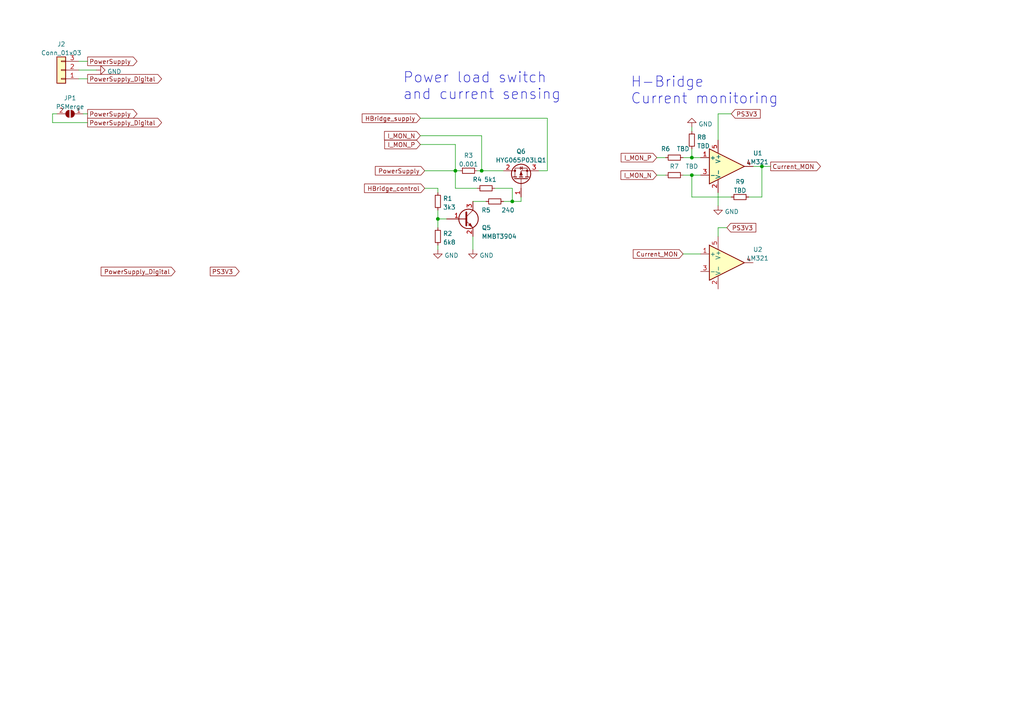
<source format=kicad_sch>
(kicad_sch (version 20211123) (generator eeschema)
  (paper "A4")
  (lib_symbols
    (symbol "Amplifier_Operational:LM321" (pin_names (offset 0.127))
      (property "Reference" "U" (at 0 7.62 0))
      (property "Value" "LM321" (at 0 5.08 0))
      (symbol "LM321_0_1"
        (polyline (pts (xy -5.08 5.08) (xy 5.08 0) (xy -5.08 -5.08) (xy -5.08 5.08)) (stroke (width 0.254)) (fill (type background)))
      )
      (symbol "LM321_1_1"
        (pin input line (at -7.62 2.54 0) (length 2.54) (name "+") (number "1"))
        (pin power_in line (at -2.54 -7.62 90) (length 3.81) (name "V-") (number "2"))
        (pin input line (at -7.62 -2.54 0) (length 2.54) (name "-") (number "3"))
        (pin output line (at 7.62 0 180) (length 2.54) (name "~") (number "4"))
        (pin power_in line (at -2.54 7.62 270) (length 3.81) (name "V+") (number "5"))
      )
    )
    (symbol "Connector_Generic:Conn_01x03" (pin_names (offset 1.016) hide)
      (property "Reference" "J" (at 0 5.08 0))
      (property "Value" "Conn_01x03" (at 0 -5.08 0))
      (symbol "Conn_01x03_1_1"
        (rectangle (start -1.27 -2.413) (end 0 -2.667) (stroke (width 0.1524)))
        (rectangle (start -1.27 0.127) (end 0 -0.127) (stroke (width 0.1524)))
        (rectangle (start -1.27 2.667) (end 0 2.413) (stroke (width 0.1524)))
        (rectangle (start -1.27 3.81) (end 1.27 -3.81) (stroke (width 0.254)) (fill (type background)))
        (pin passive line (at -5.08 2.54 0) (length 3.81) (name "Pin_1") (number "1"))
        (pin passive line (at -5.08 0 0) (length 3.81) (name "Pin_2") (number "2"))
        (pin passive line (at -5.08 -2.54 0) (length 3.81) (name "Pin_3") (number "3"))
      )
    )
    (symbol "Device:Q_PMOS_GDS" (pin_names (offset 0) hide)
      (property "Reference" "Q" (at 5.08 1.27 0))
      (property "Value" "Q_PMOS_GDS" (at 5.08 -1.27 0))
      (symbol "Q_PMOS_GDS_0_1"
        (polyline (pts (xy 0.254 0) (xy -2.54 0)))
        (polyline (pts (xy 0.254 1.905) (xy 0.254 -1.905)) (stroke (width 0.254)))
        (polyline (pts (xy 0.762 -1.27) (xy 0.762 -2.286)) (stroke (width 0.254)))
        (polyline (pts (xy 0.762 0.508) (xy 0.762 -0.508)) (stroke (width 0.254)))
        (polyline (pts (xy 0.762 2.286) (xy 0.762 1.27)) (stroke (width 0.254)))
        (polyline (pts (xy 2.54 2.54) (xy 2.54 1.778)))
        (polyline (pts (xy 2.54 -2.54) (xy 2.54 0) (xy 0.762 0)))
        (polyline (pts (xy 0.762 1.778) (xy 3.302 1.778) (xy 3.302 -1.778) (xy 0.762 -1.778)))
        (polyline (pts (xy 2.286 0) (xy 1.27 0.381) (xy 1.27 -0.381) (xy 2.286 0)) (fill (type outline)))
        (polyline (pts (xy 2.794 -0.508) (xy 2.921 -0.381) (xy 3.683 -0.381) (xy 3.81 -0.254)))
        (polyline (pts (xy 3.302 -0.381) (xy 2.921 0.254) (xy 3.683 0.254) (xy 3.302 -0.381)))
        (circle (center 1.651 0) (radius 2.794) (stroke (width 0.254)))
        (circle (center 2.54 -1.778) (radius 0.254) (fill (type outline)))
        (circle (center 2.54 1.778) (radius 0.254) (fill (type outline)))
      )
      (symbol "Q_PMOS_GDS_1_1"
        (pin input line (at -5.08 0 0) (length 2.54) (name "G") (number "1"))
        (pin passive line (at 2.54 5.08 270) (length 2.54) (name "D") (number "2"))
        (pin passive line (at 2.54 -5.08 90) (length 2.54) (name "S") (number "3"))
      )
    )
    (symbol "Device:R_Small" (pin_numbers hide) (pin_names (offset 0.254) hide)
      (property "Reference" "R" (at 0.762 0.508 0))
      (property "Value" "R_Small" (at 0.762 -1.016 0))
      (symbol "R_Small_0_1"
        (rectangle (start -0.762 1.778) (end 0.762 -1.778) (stroke (width 0.2032)))
      )
      (symbol "R_Small_1_1"
        (pin passive line (at 0 2.54 270) (length 0.762) (name "~") (number "1"))
        (pin passive line (at 0 -2.54 90) (length 0.762) (name "~") (number "2"))
      )
    )
    (symbol "Jumper:SolderJumper_2_Open" (pin_names (offset 0) hide)
      (property "Reference" "JP" (at 0 2.032 0))
      (property "Value" "SolderJumper_2_Open" (at 0 -2.54 0))
      (symbol "SolderJumper_2_Open_0_1"
        (arc (start -0.254 1.016) (mid -1.27 0) (end -0.254 -1.016))
        (arc (start -0.254 1.016) (mid -1.27 0) (end -0.254 -1.016) (fill (type outline)))
        (polyline (pts (xy -0.254 1.016) (xy -0.254 -1.016)))
        (polyline (pts (xy 0.254 1.016) (xy 0.254 -1.016)))
        (arc (start 0.254 -1.016) (mid 1.27 0) (end 0.254 1.016))
        (arc (start 0.254 -1.016) (mid 1.27 0) (end 0.254 1.016) (fill (type outline)))
      )
      (symbol "SolderJumper_2_Open_1_1"
        (pin passive line (at -3.81 0 0) (length 2.54) (name "A") (number "1"))
        (pin passive line (at 3.81 0 180) (length 2.54) (name "B") (number "2"))
      )
    )
    (symbol "Transistor_BJT:MMBT3904" (pin_names (offset 0) hide)
      (property "Reference" "Q" (at 5.08 1.905 0))
      (property "Value" "MMBT3904" (at 5.08 0 0))
      (symbol "MMBT3904_0_1"
        (polyline (pts (xy 0.635 0.635) (xy 2.54 2.54)))
        (polyline (pts (xy 0.635 -0.635) (xy 2.54 -2.54) (xy 2.54 -2.54)))
        (polyline (pts (xy 0.635 1.905) (xy 0.635 -1.905) (xy 0.635 -1.905)) (stroke (width 0.508)))
        (polyline (pts (xy 1.27 -1.778) (xy 1.778 -1.27) (xy 2.286 -2.286) (xy 1.27 -1.778) (xy 1.27 -1.778)) (fill (type outline)))
        (circle (center 1.27 0) (radius 2.8194) (stroke (width 0.254)))
      )
      (symbol "MMBT3904_1_1"
        (pin input line (at -5.08 0 0) (length 5.715) (name "B") (number "1"))
        (pin passive line (at 2.54 -5.08 90) (length 2.54) (name "E") (number "2"))
        (pin passive line (at 2.54 5.08 270) (length 2.54) (name "C") (number "3"))
      )
    )
    (symbol "power:GND" (power) (pin_names (offset 0))
      (property "Value" "GND" (at 0 -3.81 0))
      (symbol "GND_0_1"
        (polyline (pts (xy 0 0) (xy 0 -1.27) (xy 1.27 -1.27) (xy 0 -2.54) (xy -1.27 -1.27) (xy 0 -1.27)))
      )
      (symbol "GND_1_1"
        (pin power_in line (at 0 0 270) (length 0) hide (name "GND") (number "1"))
      )
    )
  )
  (junction (at 127 63.5))
  (junction (at 139.7 49.53))
  (junction (at 148.59 58.42))
  (junction (at 132.08 49.53))
  (junction (at 200.66 50.8))
  (junction (at 200.66 45.72))
  (junction (at 220.98 48.26))
  (wire (pts (xy 220.98 48.26) (xy 218.44 48.26)))
  (wire (pts (xy 198.12 45.72) (xy 200.66 45.72)))
  (wire (pts (xy 15.24 35.56) (xy 25.4 35.56)))
  (wire (pts (xy 137.16 58.42) (xy 140.97 58.42)))
  (wire (pts (xy 132.08 41.91) (xy 132.08 49.53)))
  (wire (pts (xy 127 71.12) (xy 127 72.39)))
  (wire (pts (xy 16.51 33.02) (xy 15.24 33.02)))
  (wire (pts (xy 220.98 57.15) (xy 220.98 48.26)))
  (wire (pts (xy 123.19 54.61) (xy 127 54.61)))
  (wire (pts (xy 22.86 17.78) (xy 25.4 17.78)))
  (wire (pts (xy 148.59 54.61) (xy 148.59 58.42)))
  (wire (pts (xy 127 54.61) (xy 127 55.88)))
  (wire (pts (xy 158.75 49.53) (xy 156.21 49.53)))
  (wire (pts (xy 139.7 49.53) (xy 146.05 49.53)))
  (wire (pts (xy 158.75 34.29) (xy 158.75 49.53)))
  (wire (pts (xy 200.66 50.8) (xy 203.2 50.8)))
  (wire (pts (xy 210.82 66.04) (xy 208.28 66.04)))
  (wire (pts (xy 22.86 20.32) (xy 27.94 20.32)))
  (wire (pts (xy 138.43 49.53) (xy 139.7 49.53)))
  (wire (pts (xy 212.09 33.02) (xy 208.28 33.02)))
  (wire (pts (xy 129.54 63.5) (xy 127 63.5)))
  (wire (pts (xy 121.92 39.37) (xy 139.7 39.37)))
  (wire (pts (xy 217.17 57.15) (xy 220.98 57.15)))
  (wire (pts (xy 15.24 33.02) (xy 15.24 35.56)))
  (wire (pts (xy 121.92 41.91) (xy 132.08 41.91)))
  (wire (pts (xy 208.28 33.02) (xy 208.28 40.64)))
  (wire (pts (xy 24.13 33.02) (xy 25.4 33.02)))
  (wire (pts (xy 123.19 49.53) (xy 132.08 49.53)))
  (wire (pts (xy 190.5 50.8) (xy 193.04 50.8)))
  (wire (pts (xy 190.5 45.72) (xy 193.04 45.72)))
  (wire (pts (xy 137.16 68.58) (xy 137.16 72.39)))
  (wire (pts (xy 132.08 49.53) (xy 133.35 49.53)))
  (wire (pts (xy 151.13 57.15) (xy 151.13 58.42)))
  (wire (pts (xy 208.28 66.04) (xy 208.28 68.58)))
  (wire (pts (xy 143.51 54.61) (xy 148.59 54.61)))
  (wire (pts (xy 22.86 22.86) (xy 25.4 22.86)))
  (wire (pts (xy 139.7 39.37) (xy 139.7 49.53)))
  (wire (pts (xy 127 60.96) (xy 127 63.5)))
  (wire (pts (xy 146.05 58.42) (xy 148.59 58.42)))
  (wire (pts (xy 121.92 34.29) (xy 158.75 34.29)))
  (wire (pts (xy 200.66 43.18) (xy 200.66 45.72)))
  (wire (pts (xy 138.43 54.61) (xy 132.08 54.61)))
  (wire (pts (xy 198.12 73.66) (xy 203.2 73.66)))
  (wire (pts (xy 208.28 55.88) (xy 208.28 59.69)))
  (wire (pts (xy 200.66 57.15) (xy 200.66 50.8)))
  (wire (pts (xy 148.59 58.42) (xy 151.13 58.42)))
  (wire (pts (xy 200.66 45.72) (xy 203.2 45.72)))
  (wire (pts (xy 127 63.5) (xy 127 66.04)))
  (wire (pts (xy 132.08 54.61) (xy 132.08 49.53)))
  (wire (pts (xy 200.66 36.83) (xy 200.66 38.1)))
  (wire (pts (xy 198.12 50.8) (xy 200.66 50.8)))
  (wire (pts (xy 212.09 57.15) (xy 200.66 57.15)))
  (wire (pts (xy 220.98 48.26) (xy 223.52 48.26)))
  (text "H-Bridge\nCurrent monitoring" (at 182.88 30.48 0) (effects (font (size 3 3)) (justify left bottom)))
  (text "Power load switch\nand current sensing" (at 116.84 29.21 0) (effects (font (size 3 3)) (justify left bottom)))
  (global_label "PowerSupply" (shape output) (at 25.4 17.78 0) (property "Intersheet References" "${INTERSHEET_REFS}" (effects hide)))
  (global_label "I_MON_P" (shape input) (at 121.92 41.91 180) (property "Intersheet References" "${INTERSHEET_REFS}" (effects hide)))
  (global_label "PowerSupply_Digital" (shape output) (at 25.4 22.86 0) (property "Intersheet References" "${INTERSHEET_REFS}" (effects hide)))
  (global_label "HBridge_control" (shape input) (at 123.19 54.61 180) (property "Intersheet References" "${INTERSHEET_REFS}" (effects hide)))
  (global_label "HBridge_supply" (shape input) (at 121.92 34.29 180) (property "Intersheet References" "${INTERSHEET_REFS}" (effects hide)))
  (global_label "I_MON_N" (shape input) (at 121.92 39.37 180) (property "Intersheet References" "${INTERSHEET_REFS}" (effects hide)))
  (global_label "Current_MON" (shape input) (at 198.12 73.66 180) (property "Intersheet References" "${INTERSHEET_REFS}" (effects hide)))
  (global_label "PS3V3" (shape input) (at 210.82 66.04 0) (property "Intersheet References" "${INTERSHEET_REFS}" (effects hide)))
  (global_label "PowerSupply_Digital" (shape input) (at 50.8 78.74 180) (property "Intersheet References" "${INTERSHEET_REFS}" (effects hide)))
  (global_label "PowerSupply_Digital" (shape output) (at 25.4 35.56 0) (property "Intersheet References" "${INTERSHEET_REFS}" (effects hide)))
  (global_label "PowerSupply" (shape output) (at 25.4 33.02 0) (property "Intersheet References" "${INTERSHEET_REFS}" (effects hide)))
  (global_label "I_MON_N" (shape input) (at 190.5 50.8 180) (property "Intersheet References" "${INTERSHEET_REFS}" (effects hide)))
  (global_label "I_MON_P" (shape input) (at 190.5 45.72 180) (property "Intersheet References" "${INTERSHEET_REFS}" (effects hide)))
  (global_label "Current_MON" (shape output) (at 223.52 48.26 0) (property "Intersheet References" "${INTERSHEET_REFS}" (effects hide)))
  (global_label "PS3V3" (shape input) (at 212.09 33.02 0) (property "Intersheet References" "${INTERSHEET_REFS}" (effects hide)))
  (global_label "PowerSupply" (shape input) (at 123.19 49.53 180) (property "Intersheet References" "${INTERSHEET_REFS}" (effects hide)))
  (global_label "PS3V3" (shape output) (at 60.96 78.74 0) (property "Intersheet References" "${INTERSHEET_REFS}" (effects hide)))
  (symbol (lib_id "power:GND") (at 200.66 36.83 180) (unit 1)
    (property "Reference" "#PWR0103" (effects hide))
    (property "Value" "GND" (at 202.565 35.9938 0) (effects (justify right)))
  )
  (symbol (lib_id "Device:R_Small") (at 214.63 57.15 270) (unit 1)
    (property "Reference" "R9" (at 214.63 52.7136 90))
    (property "Value" "TBD" (at 214.63 55.2505 90))
    (property "Footprint" "Resistor_SMD:R_0603_1608Metric" (effects hide))
  )
  (symbol (lib_id "power:GND") (at 137.16 72.39 0) (unit 1)
    (property "Reference" "#PWR0104" (effects hide))
    (property "Value" "GND" (at 139.065 74.0938 0) (effects (justify left)))
  )
  (symbol (lib_id "Device:R_Small") (at 127 68.58 0) (unit 1)
    (property "Reference" "R2" (at 128.4986 67.7453 0) (effects (justify left)))
    (property "Value" "6k8" (at 128.4986 70.2822 0) (effects (justify left)))
    (property "Footprint" "Resistor_SMD:R_0603_1608Metric" (effects hide))
  )
  (symbol (lib_id "power:GND") (at 27.94 20.32 90) (unit 1)
    (property "Reference" "#PWR0106" (effects hide))
    (property "Value" "GND" (at 31.115 20.7538 90) (effects (justify right)))
  )
  (symbol (lib_id "Connector_Generic:Conn_01x03") (at 17.78 20.32 180) (unit 1)
    (property "Reference" "J2" (at 17.78 12.8102 0))
    (property "Value" "Conn_01x03" (at 17.78 15.3471 0))
    (property "Footprint" "TerminalBlock:TerminalBlock_bornier-3_P5.08mm" (effects hide))
  )
  (symbol (lib_id "Device:Q_PMOS_GDS") (at 151.13 52.07 90) (unit 1)
    (property "Reference" "Q6" (at 151.13 43.9252 90))
    (property "Value" "HYG065P03LQ1" (at 151.13 46.4621 90))
    (property "Footprint" "Package_TO_SOT_SMD:TO-252-2" (effects hide))
  )
  (symbol (lib_id "Amplifier_Operational:LM321") (at 210.82 76.2 0) (unit 1)
    (property "Reference" "U2" (at 219.7954 72.3733 0))
    (property "Value" "LM321" (at 219.7954 74.9102 0))
    (property "Footprint" "Package_TO_SOT_SMD:SOT-23-5" (effects hide))
    (property "Datasheet" "http://www.ti.com/lit/ds/symlink/lm321.pdf" (effects hide))
  )
  (symbol (lib_id "Jumper:SolderJumper_2_Open") (at 20.32 33.02 180) (unit 1)
    (property "Reference" "JP1" (at 20.32 28.4312 0))
    (property "Value" "PSMerge" (at 20.32 30.9681 0))
    (property "Footprint" "Jumper:SolderJumper-2_P1.3mm_Open_RoundedPad1.0x1.5mm" (effects hide))
  )
  (symbol (lib_id "Amplifier_Operational:LM321") (at 210.82 48.26 0) (unit 1)
    (property "Reference" "U1" (at 219.7954 44.4333 0))
    (property "Value" "LM321" (at 219.7954 46.9702 0))
    (property "Footprint" "Package_TO_SOT_SMD:SOT-23-5" (effects hide))
    (property "Datasheet" "http://www.ti.com/lit/ds/symlink/lm321.pdf" (effects hide))
  )
  (symbol (lib_id "Device:R_Small") (at 195.58 45.72 270) (unit 1)
    (property "Reference" "R6" (at 193.04 43.18 90))
    (property "Value" "TBD" (at 198.12 43.18 90))
    (property "Footprint" "Resistor_SMD:R_0603_1608Metric" (effects hide))
  )
  (symbol (lib_id "power:GND") (at 127 72.39 0) (unit 1)
    (property "Reference" "#PWR0105" (effects hide))
    (property "Value" "GND" (at 128.905 74.0938 0) (effects (justify left)))
  )
  (symbol (lib_id "Device:R_Small") (at 140.97 54.61 270) (unit 1)
    (property "Reference" "R4" (at 138.43 52.07 90))
    (property "Value" "5k1" (at 142.24 52.07 90))
    (property "Footprint" "Resistor_SMD:R_0603_1608Metric" (effects hide))
  )
  (symbol (lib_id "Device:R_Small") (at 195.58 50.8 270) (unit 1)
    (property "Reference" "R7" (at 195.58 48.26 90))
    (property "Value" "TBD" (at 200.66 48.26 90))
    (property "Footprint" "Resistor_SMD:R_0603_1608Metric" (effects hide))
  )
  (symbol (lib_id "Device:R_Small") (at 135.89 49.53 270) (unit 1)
    (property "Reference" "R3" (at 135.89 45.0936 90))
    (property "Value" "0.001" (at 135.89 47.6305 90))
    (property "Footprint" "Resistor_SMD:R_1206_3216Metric" (effects hide))
  )
  (symbol (lib_id "power:GND") (at 208.28 59.69 0) (unit 1)
    (property "Reference" "#PWR0102" (effects hide))
    (property "Value" "GND" (at 210.185 61.3938 0) (effects (justify left)))
  )
  (symbol (lib_id "Transistor_BJT:MMBT3904") (at 134.62 63.5 0) (unit 1)
    (property "Reference" "Q5" (at 139.7 66.04 0) (effects (justify left)))
    (property "Value" "MMBT3904" (at 139.7 68.58 0) (effects (justify left)))
    (property "Footprint" "Package_TO_SOT_SMD:SOT-23" (effects hide))
    (property "Datasheet" "https://www.onsemi.com/pub/Collateral/2N3903-D.PDF" (effects hide))
  )
  (symbol (lib_id "Device:R_Small") (at 127 58.42 180) (unit 1)
    (property "Reference" "R1" (at 128.4986 57.5853 0) (effects (justify right)))
    (property "Value" "3k3" (at 128.4986 60.1222 0) (effects (justify right)))
    (property "Footprint" "Resistor_SMD:R_0603_1608Metric" (effects hide))
  )
  (symbol (lib_id "Device:R_Small") (at 200.66 40.64 0) (unit 1)
    (property "Reference" "R8" (at 202.1586 39.8053 0) (effects (justify left)))
    (property "Value" "TBD" (at 202.1586 42.3422 0) (effects (justify left)))
    (property "Footprint" "Resistor_SMD:R_0603_1608Metric" (effects hide))
  )
  (symbol (lib_id "Device:R_Small") (at 143.51 58.42 90) (unit 1)
    (property "Reference" "R5" (at 140.97 60.96 90))
    (property "Value" "240" (at 147.32 60.96 90))
    (property "Footprint" "Resistor_SMD:R_0603_1608Metric" (effects hide))
  )
)
</source>
